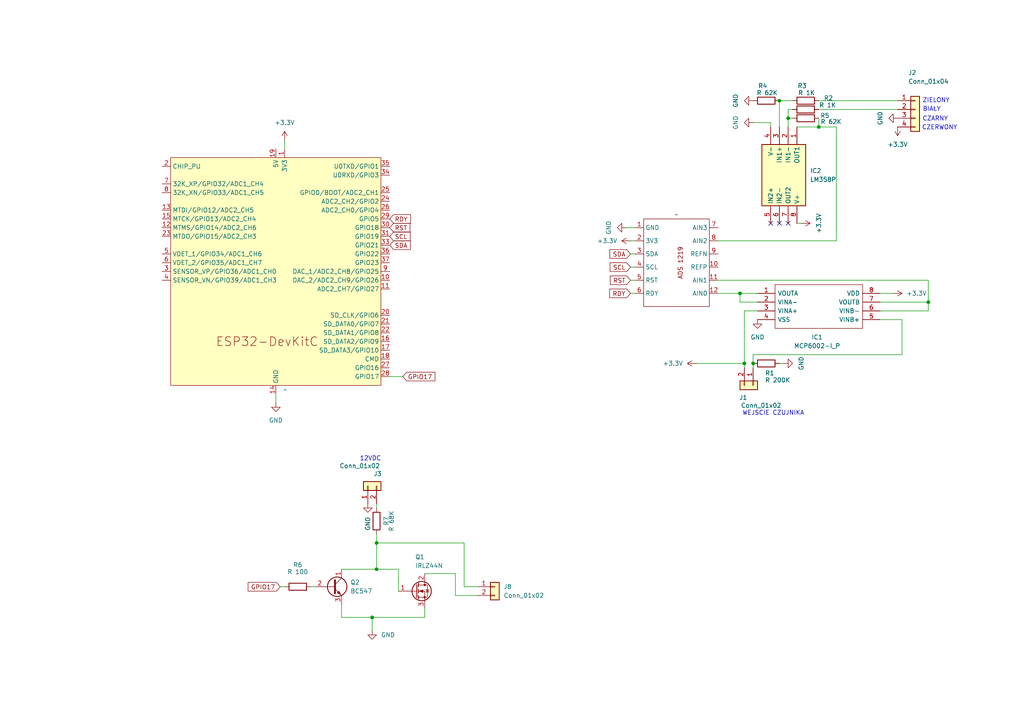
<source format=kicad_sch>
(kicad_sch (version 20250114) (generator "eeschema") (generator_version "9.0")
  (paper "A4")
  (lib_symbols
    (symbol "000moje:esp32_devKit_C"
      (symbol "esp32_devKit_C_0_0"
        (text "ESP32-DevKitC" (at -3.81 -20.32 0) (effects (font (size 2.54 2.54))))
        (pin power_in line (at -1.27 35.56 270) (length 2.54) (name "5V") (number "19"))
        (pin power_in line (at -1.27 -35.56 90) (length 2.54) (name "GND") (number "14"))
      )
      (symbol "esp32_devKit_C_0_1"
        (rectangle (start -31.75 33.02) (end 29.21 -33.02) (fill (type background)))
      )
      (symbol "esp32_devKit_C_1_1"
        (pin input line (at -34.29 30.48 0) (length 2.54) (name "CHIP_PU") (number "2"))
        (pin bidirectional line (at -34.29 25.4 0) (length 2.54) (name "32K_XP/GPIO32/ADC1_CH4") (number "7"))
        (pin bidirectional line (at -34.29 22.86 0) (length 2.54) (name "32K_XN/GPIO33/ADC1_CH5") (number "8"))
        (pin bidirectional line (at -34.29 17.78 0) (length 2.54) (name "MTDI/GPIO12/ADC2_CH5") (number "13"))
        (pin bidirectional line (at -34.29 15.24 0) (length 2.54) (name "MTCK/GPIO13/ADC2_CH4") (number "15"))
        (pin bidirectional line (at -34.29 12.7 0) (length 2.54) (name "MTMS/GPIO14/ADC2_CH6") (number "12"))
        (pin bidirectional line (at -34.29 10.16 0) (length 2.54) (name "MTDO/GPIO15/ADC2_CH3") (number "23"))
        (pin input line (at -34.29 5.08 0) (length 2.54) (name "VDET_1/GPIO34/ADC1_CH6") (number "5"))
        (pin input line (at -34.29 2.54 0) (length 2.54) (name "VDET_2/GPIO35/ADC1_CH7") (number "6"))
        (pin input line (at -34.29 0 0) (length 2.54) (name "SENSOR_VP/GPIO36/ADC1_CH0") (number "3"))
        (pin input line (at -34.29 -2.54 0) (length 2.54) (name "SENSOR_VN/GPIO39/ADC1_CH3") (number "4"))
        (pin passive line (at -1.27 -35.56 90) (length 2.54) (hide yes) (name "GND") (number "32"))
        (pin passive line (at -1.27 -35.56 90) (length 2.54) (hide yes) (name "GND") (number "38"))
        (pin power_in line (at 1.27 35.56 270) (length 2.54) (name "3V3") (number "1"))
        (pin bidirectional line (at 31.75 30.48 180) (length 2.54) (name "U0TXD/GPIO1") (number "35"))
        (pin bidirectional line (at 31.75 27.94 180) (length 2.54) (name "U0RXD/GPIO3") (number "34"))
        (pin bidirectional line (at 31.75 22.86 180) (length 2.54) (name "GPIO0/BOOT/ADC2_CH1") (number "25"))
        (pin bidirectional line (at 31.75 20.32 180) (length 2.54) (name "ADC2_CH2/GPIO2") (number "24"))
        (pin bidirectional line (at 31.75 17.78 180) (length 2.54) (name "ADC2_CH0/GPIO4") (number "26"))
        (pin bidirectional line (at 31.75 15.24 180) (length 2.54) (name "GPIO5") (number "29"))
        (pin bidirectional line (at 31.75 12.7 180) (length 2.54) (name "GPIO18") (number "30"))
        (pin bidirectional line (at 31.75 10.16 180) (length 2.54) (name "GPIO19") (number "31"))
        (pin bidirectional line (at 31.75 7.62 180) (length 2.54) (name "GPIO21") (number "33"))
        (pin bidirectional line (at 31.75 5.08 180) (length 2.54) (name "GPIO22") (number "36"))
        (pin bidirectional line (at 31.75 2.54 180) (length 2.54) (name "GPIO23") (number "37"))
        (pin bidirectional line (at 31.75 0 180) (length 2.54) (name "DAC_1/ADC2_CH8/GPIO25") (number "9"))
        (pin bidirectional line (at 31.75 -2.54 180) (length 2.54) (name "DAC_2/ADC2_CH9/GPIO26") (number "10"))
        (pin bidirectional line (at 31.75 -5.08 180) (length 2.54) (name "ADC2_CH7/GPIO27") (number "11"))
        (pin bidirectional line (at 31.75 -12.7 180) (length 2.54) (name "SD_CLK/GPIO6") (number "20"))
        (pin bidirectional line (at 31.75 -15.24 180) (length 2.54) (name "SD_DATA0/GPIO7") (number "21"))
        (pin bidirectional line (at 31.75 -17.78 180) (length 2.54) (name "SD_DATA1/GPIO8") (number "22"))
        (pin bidirectional line (at 31.75 -20.32 180) (length 2.54) (name "SD_DATA2/GPIO9") (number "16"))
        (pin bidirectional line (at 31.75 -22.86 180) (length 2.54) (name "SD_DATA3/GPIO10") (number "17"))
        (pin bidirectional line (at 31.75 -25.4 180) (length 2.54) (name "CMD") (number "18"))
        (pin bidirectional line (at 31.75 -27.94 180) (length 2.54) (name "GPIO16") (number "27"))
        (pin bidirectional line (at 31.75 -30.48 180) (length 2.54) (name "GPIO17") (number "28"))
      )
    )
    (symbol "1323:R" (pin_numbers (hide yes)) (pin_names (offset 0))
      (property "Reference" "R" (at 2.032 0 90))
      (property "Value" "R" (at 0 0 90))
      (symbol "R_0_1"
        (rectangle (start -1.016 -2.54) (end 1.016 2.54) (stroke (width 0.254)))
      )
      (symbol "R_1_1"
        (pin passive line (at 0 3.81 270) (length 1.27) (name "~") (number "1"))
        (pin passive line (at 0 -3.81 90) (length 1.27) (name "~") (number "2"))
      )
    )
    (symbol "ADS1115_Salamon:LM358P"
      (property "Reference" "IC" (at 24.13 7.62 0))
      (property "Value" "LM358P" (at 24.13 5.08 0))
      (symbol "LM358P_1_1"
        (rectangle (start 5.08 2.54) (end 22.86 -10.16) (stroke (width 0.254)) (fill (type background)))
        (pin passive line (at 0 0 0) (length 5.08) (name "OUT1") (number "1"))
        (pin passive line (at 0 -2.54 0) (length 5.08) (name "IN1-") (number "2"))
        (pin passive line (at 0 -5.08 0) (length 5.08) (name "IN1+") (number "3"))
        (pin passive line (at 0 -7.62 0) (length 5.08) (name "V-") (number "4"))
        (pin passive line (at 27.94 0 180) (length 5.08) (name "V+") (number "8"))
        (pin passive line (at 27.94 -2.54 180) (length 5.08) (name "OUT2") (number "7"))
        (pin passive line (at 27.94 -5.08 180) (length 5.08) (name "IN2-") (number "6"))
        (pin passive line (at 27.94 -7.62 180) (length 5.08) (name "IN2+") (number "5"))
      )
    )
    (symbol "ADS1115_Salamon:MCP6002-I_P" (pin_names (offset 0.762))
      (property "Reference" "IC" (at 31.75 7.62 0))
      (property "Value" "MCP6002-I_P" (at 31.75 5.08 0))
      (symbol "MCP6002-I_P_0_0"
        (pin passive line (at 0 0 0) (length 5.08) (name "VOUTA") (number "1"))
        (pin passive line (at 0 -2.54 0) (length 5.08) (name "VINA-") (number "2"))
        (pin passive line (at 0 -5.08 0) (length 5.08) (name "VINA+") (number "3"))
        (pin passive line (at 0 -7.62 0) (length 5.08) (name "VSS") (number "4"))
        (pin passive line (at 35.56 0 180) (length 5.08) (name "VDD") (number "8"))
        (pin passive line (at 35.56 -2.54 180) (length 5.08) (name "VOUTB") (number "7"))
        (pin passive line (at 35.56 -5.08 180) (length 5.08) (name "VINB-") (number "6"))
        (pin passive line (at 35.56 -7.62 180) (length 5.08) (name "VINB+") (number "5"))
      )
      (symbol "MCP6002-I_P_0_1"
        (polyline (pts (xy 5.08 2.54) (xy 30.48 2.54) (xy 30.48 -10.16) (xy 5.08 -10.16) (xy 5.08 2.54)) (stroke (width 0.1524)))
      )
    )
    (symbol "ADS1219_1"
      (symbol "ADS1219_1_0_1"
        (rectangle (start -16.51 19.05) (end 8.89 0))
      )
      (symbol "ADS1219_1_1_1"
        (text "ADS 1219" (at -3.81 10.668 0) (effects (font (size 1.27 1.27))))
        (pin input line (at -13.97 21.59 270) (length 2.54) (name "AIN3") (number "7"))
        (pin input line (at -13.97 -2.54 90) (length 2.54) (name "GND") (number "1"))
        (pin input line (at -10.16 21.59 270) (length 2.54) (name "AIN2") (number "8"))
        (pin input line (at -10.16 -2.54 90) (length 2.54) (name "3V3") (number "2"))
        (pin output line (at -6.35 21.59 270) (length 2.54) (name "REFN") (number "9"))
        (pin bidirectional line (at -6.35 -2.54 90) (length 2.54) (name "SDA") (number "3"))
        (pin output line (at -2.54 21.59 270) (length 2.54) (name "REFP") (number "10"))
        (pin bidirectional line (at -2.54 -2.54 90) (length 2.54) (name "SCL") (number "4"))
        (pin input line (at 1.27 21.59 270) (length 2.54) (name "AIN1") (number "11"))
        (pin input line (at 1.27 -2.54 90) (length 2.54) (name "RST") (number "5"))
        (pin input line (at 5.08 21.59 270) (length 2.54) (name "AIN0") (number "12"))
        (pin output line (at 5.08 -2.54 90) (length 2.54) (name "RDY") (number "6"))
      )
    )
    (symbol "Connector_Generic:Conn_01x02" (pin_names (offset 1.016) (hide yes))
      (property "Reference" "J" (at 0 2.54 0))
      (property "Value" "Conn_01x02" (at 0 -5.08 0))
      (symbol "Conn_01x02_1_1"
        (rectangle (start -1.27 1.27) (end 1.27 -3.81) (stroke (width 0.254)) (fill (type background)))
        (rectangle (start -1.27 0.127) (end 0 -0.127) (stroke (width 0.1524)))
        (rectangle (start -1.27 -2.413) (end 0 -2.667) (stroke (width 0.1524)))
        (pin passive line (at -5.08 0 0) (length 3.81) (name "Pin_1") (number "1"))
        (pin passive line (at -5.08 -2.54 0) (length 3.81) (name "Pin_2") (number "2"))
      )
    )
    (symbol "Connector_Generic:Conn_01x04" (pin_names (offset 1.016) (hide yes))
      (property "Reference" "J" (at 0 5.08 0))
      (property "Value" "Conn_01x04" (at 0 -7.62 0))
      (symbol "Conn_01x04_1_1"
        (rectangle (start -1.27 3.81) (end 1.27 -6.35) (stroke (width 0.254)) (fill (type background)))
        (rectangle (start -1.27 2.667) (end 0 2.413) (stroke (width 0.1524)))
        (rectangle (start -1.27 0.127) (end 0 -0.127) (stroke (width 0.1524)))
        (rectangle (start -1.27 -2.413) (end 0 -2.667) (stroke (width 0.1524)))
        (rectangle (start -1.27 -4.953) (end 0 -5.207) (stroke (width 0.1524)))
        (pin passive line (at -5.08 2.54 0) (length 3.81) (name "Pin_1") (number "1"))
        (pin passive line (at -5.08 0 0) (length 3.81) (name "Pin_2") (number "2"))
        (pin passive line (at -5.08 -2.54 0) (length 3.81) (name "Pin_3") (number "3"))
        (pin passive line (at -5.08 -5.08 0) (length 3.81) (name "Pin_4") (number "4"))
      )
    )
    (symbol "Transistor_BJT:BC547" (pin_names (offset 0) (hide yes))
      (property "Reference" "Q" (at 5.08 1.905 0))
      (property "Value" "BC547" (at 5.08 0 0))
      (symbol "BC547_0_1"
        (polyline (pts (xy -2.54 0) (xy 0.635 0)))
        (polyline (pts (xy 0.635 1.905) (xy 0.635 -1.905)) (stroke (width 0.508)))
        (circle (center 1.27 0) (radius 2.8194) (stroke (width 0.254)))
      )
      (symbol "BC547_1_1"
        (polyline (pts (xy 0.635 0.635) (xy 2.54 2.54)))
        (polyline (pts (xy 0.635 -0.635) (xy 2.54 -2.54)))
        (polyline (pts (xy 1.27 -1.778) (xy 1.778 -1.27) (xy 2.286 -2.286) (xy 1.27 -1.778)) (fill (type outline)))
        (pin input line (at -5.08 0 0) (length 2.54) (name "B") (number "2"))
        (pin passive line (at 2.54 5.08 270) (length 2.54) (name "C") (number "1"))
        (pin passive line (at 2.54 -5.08 90) (length 2.54) (name "E") (number "3"))
      )
    )
    (symbol "Transistor_FET:IRLZ44N" (pin_names (hide yes))
      (property "Reference" "Q" (at 5.08 1.905 0))
      (property "Value" "IRLZ44N" (at 5.08 0 0))
      (symbol "IRLZ44N_0_1"
        (polyline (pts (xy 0.254 1.905) (xy 0.254 -1.905)) (stroke (width 0.254)))
        (polyline (pts (xy 0.254 0) (xy -2.54 0)))
        (polyline (pts (xy 0.762 2.286) (xy 0.762 1.27)) (stroke (width 0.254)))
        (polyline (pts (xy 0.762 0.508) (xy 0.762 -0.508)) (stroke (width 0.254)))
        (polyline (pts (xy 0.762 -1.27) (xy 0.762 -2.286)) (stroke (width 0.254)))
        (polyline (pts (xy 0.762 -1.778) (xy 3.302 -1.778) (xy 3.302 1.778) (xy 0.762 1.778)))
        (polyline (pts (xy 1.016 0) (xy 2.032 0.381) (xy 2.032 -0.381) (xy 1.016 0)) (fill (type outline)))
        (circle (center 1.651 0) (radius 2.794) (stroke (width 0.254)))
        (polyline (pts (xy 2.54 2.54) (xy 2.54 1.778)))
        (circle (center 2.54 1.778) (radius 0.254) (fill (type outline)))
        (circle (center 2.54 -1.778) (radius 0.254) (fill (type outline)))
        (polyline (pts (xy 2.54 -2.54) (xy 2.54 0) (xy 0.762 0)))
        (polyline (pts (xy 2.794 0.508) (xy 2.921 0.381) (xy 3.683 0.381) (xy 3.81 0.254)))
        (polyline (pts (xy 3.302 0.381) (xy 2.921 -0.254) (xy 3.683 -0.254) (xy 3.302 0.381)))
      )
      (symbol "IRLZ44N_1_1"
        (pin input line (at -5.08 0 0) (length 2.54) (name "G") (number "1"))
        (pin passive line (at 2.54 5.08 270) (length 2.54) (name "D") (number "2"))
        (pin passive line (at 2.54 -5.08 90) (length 2.54) (name "S") (number "3"))
      )
    )
    (symbol "power:+3.3V" (power) (pin_numbers (hide yes)) (pin_names (offset 0) (hide yes))
      (property "Value" "+3.3V" (at 0 3.556 0))
      (symbol "+3.3V_0_1"
        (polyline (pts (xy -0.762 1.27) (xy 0 2.54)))
        (polyline (pts (xy 0 2.54) (xy 0.762 1.27)))
        (polyline (pts (xy 0 0) (xy 0 2.54)))
      )
      (symbol "+3.3V_1_1"
        (pin power_in line (at 0 0 90) (length 0) (name "~") (number "1"))
      )
    )
    (symbol "power:GND" (power) (pin_numbers (hide yes)) (pin_names (offset 0) (hide yes))
      (property "Value" "GND" (at 0 -3.81 0))
      (symbol "GND_0_1"
        (polyline (pts (xy 0 0) (xy 0 -1.27) (xy 1.27 -1.27) (xy 0 -2.54) (xy -1.27 -1.27) (xy 0 -1.27)))
      )
      (symbol "GND_1_1"
        (pin power_in line (at 0 0 270) (length 0) (name "~") (number "1"))
      )
    )
  )
  (text "12VDC" (at 107.442 133.096 0) (effects (font (size 1.27 1.27))))
  (text "BIAŁY\n\n" (at 270.256 32.766 0) (effects (font (size 1.27 1.27))))
  (text "CZARNY" (at 271.272 34.544 0) (effects (font (size 1.27 1.27))))
  (text "CZERWONY\n" (at 272.542 37.084 0) (effects (font (size 1.27 1.27))))
  (text "WEJSCIE CZUJNIKA\n" (at 224.282 119.888 0) (effects (font (size 1.27 1.27))))
  (text "ZIELONY" (at 271.526 29.21 0) (effects (font (size 1.27 1.27))))
  (junction (at 226.06 29.21))
  (junction (at 218.44 105.41))
  (junction (at 269.24 87.63))
  (junction (at 214.63 85.09))
  (junction (at 107.95 179.07))
  (junction (at 237.49 36.83))
  (junction (at 109.22 165.1))
  (junction (at 228.6 34.29))
  (junction (at 215.9 105.41))
  (junction (at 109.22 157.48))
  (no_connect (at 223.52 64.77))
  (no_connect (at 228.6 64.77))
  (no_connect (at 226.06 64.77))
  (wire (pts (xy 201.93 105.41) (xy 215.9 105.41)))
  (wire (pts (xy 255.27 90.17) (xy 269.24 90.17)))
  (wire (pts (xy 218.44 105.41) (xy 218.44 106.68)))
  (wire (pts (xy 115.57 165.1) (xy 115.57 171.45)))
  (wire (pts (xy 218.44 102.87) (xy 218.44 105.41)))
  (wire (pts (xy 261.62 92.71) (xy 255.27 92.71)))
  (wire (pts (xy 269.24 87.63) (xy 255.27 87.63)))
  (wire (pts (xy 134.62 157.48) (xy 134.62 170.18)))
  (wire (pts (xy 232.41 64.77) (xy 231.14 64.77)))
  (wire (pts (xy 208.28 81.28) (xy 269.24 81.28)))
  (wire (pts (xy 82.55 40.64) (xy 82.55 43.18)))
  (wire (pts (xy 80.01 116.84) (xy 80.01 114.3)))
  (wire (pts (xy 123.19 179.07) (xy 123.19 176.53)))
  (wire (pts (xy 215.9 90.17) (xy 215.9 105.41)))
  (wire (pts (xy 181.61 66.04) (xy 184.15 66.04)))
  (wire (pts (xy 229.87 31.75) (xy 228.6 31.75)))
  (wire (pts (xy 215.9 105.41) (xy 215.9 106.68)))
  (wire (pts (xy 109.22 157.48) (xy 134.62 157.48)))
  (wire (pts (xy 109.22 165.1) (xy 115.57 165.1)))
  (wire (pts (xy 81.28 170.18) (xy 82.55 170.18)))
  (wire (pts (xy 269.24 81.28) (xy 269.24 87.63)))
  (wire (pts (xy 182.88 85.09) (xy 184.15 85.09)))
  (wire (pts (xy 214.63 87.63) (xy 219.71 87.63)))
  (wire (pts (xy 107.95 182.88) (xy 107.95 179.07)))
  (wire (pts (xy 228.6 34.29) (xy 229.87 34.29)))
  (wire (pts (xy 109.22 154.94) (xy 109.22 157.48)))
  (wire (pts (xy 228.6 34.29) (xy 228.6 36.83)))
  (wire (pts (xy 99.06 165.1) (xy 109.22 165.1)))
  (wire (pts (xy 227.33 105.41) (xy 226.06 105.41)))
  (wire (pts (xy 226.06 29.21) (xy 226.06 36.83)))
  (wire (pts (xy 237.49 36.83) (xy 242.57 36.83)))
  (wire (pts (xy 237.49 34.29) (xy 237.49 36.83)))
  (wire (pts (xy 269.24 90.17) (xy 269.24 87.63)))
  (wire (pts (xy 231.14 36.83) (xy 237.49 36.83)))
  (wire (pts (xy 219.71 90.17) (xy 215.9 90.17)))
  (wire (pts (xy 214.63 85.09) (xy 208.28 85.09)))
  (wire (pts (xy 223.52 35.56) (xy 223.52 36.83)))
  (wire (pts (xy 99.06 179.07) (xy 107.95 179.07)))
  (wire (pts (xy 99.06 175.26) (xy 99.06 179.07)))
  (wire (pts (xy 214.63 85.09) (xy 214.63 87.63)))
  (wire (pts (xy 219.71 85.09) (xy 214.63 85.09)))
  (wire (pts (xy 182.88 81.28) (xy 184.15 81.28)))
  (wire (pts (xy 237.49 31.75) (xy 260.35 31.75)))
  (wire (pts (xy 113.03 109.22) (xy 116.84 109.22)))
  (wire (pts (xy 228.6 31.75) (xy 228.6 34.29)))
  (wire (pts (xy 109.22 157.48) (xy 109.22 165.1)))
  (wire (pts (xy 109.22 146.05) (xy 109.22 147.32)))
  (wire (pts (xy 182.88 73.66) (xy 184.15 73.66)))
  (wire (pts (xy 259.08 85.09) (xy 255.27 85.09)))
  (wire (pts (xy 242.57 69.85) (xy 208.28 69.85)))
  (wire (pts (xy 132.08 172.72) (xy 138.43 172.72)))
  (wire (pts (xy 138.43 170.18) (xy 134.62 170.18)))
  (wire (pts (xy 182.88 69.85) (xy 184.15 69.85)))
  (wire (pts (xy 91.44 170.18) (xy 90.17 170.18)))
  (wire (pts (xy 242.57 36.83) (xy 242.57 69.85)))
  (wire (pts (xy 182.88 77.47) (xy 184.15 77.47)))
  (wire (pts (xy 237.49 29.21) (xy 260.35 29.21)))
  (wire (pts (xy 218.44 35.56) (xy 223.52 35.56)))
  (wire (pts (xy 132.08 166.37) (xy 132.08 172.72)))
  (wire (pts (xy 107.95 179.07) (xy 123.19 179.07)))
  (wire (pts (xy 229.87 29.21) (xy 226.06 29.21)))
  (wire (pts (xy 261.62 102.87) (xy 218.44 102.87)))
  (wire (pts (xy 123.19 166.37) (xy 132.08 166.37)))
  (wire (pts (xy 261.62 92.71) (xy 261.62 102.87)))
  (global_label "GPIO17" (shape input) (at 116.84 109.22 0) (property "Intersheetrefs" "${INTERSHEET_REFS}" (effects (hide yes))))
  (global_label "SCL" (shape input) (at 182.88 77.47 180) (property "Intersheetrefs" "${INTERSHEET_REFS}" (effects (hide yes))))
  (global_label "GPIO17" (shape input) (at 81.28 170.18 180) (property "Intersheetrefs" "${INTERSHEET_REFS}" (effects (hide yes))))
  (global_label "RDY" (shape input) (at 182.88 85.09 180) (property "Intersheetrefs" "${INTERSHEET_REFS}" (effects (hide yes))))
  (global_label "RST" (shape input) (at 182.88 81.28 180) (property "Intersheetrefs" "${INTERSHEET_REFS}" (effects (hide yes))))
  (global_label "RDY" (shape input) (at 113.03 63.5 0) (property "Intersheetrefs" "${INTERSHEET_REFS}" (effects (hide yes))))
  (global_label "RST" (shape input) (at 113.03 66.04 0) (property "Intersheetrefs" "${INTERSHEET_REFS}" (effects (hide yes))))
  (global_label "SDA" (shape input) (at 113.03 71.12 0) (property "Intersheetrefs" "${INTERSHEET_REFS}" (effects (hide yes))))
  (global_label "SCL" (shape input) (at 113.03 68.58 0) (property "Intersheetrefs" "${INTERSHEET_REFS}" (effects (hide yes))))
  (global_label "SDA" (shape input) (at 182.88 73.66 180) (property "Intersheetrefs" "${INTERSHEET_REFS}" (effects (hide yes))))
  (symbol (lib_id "000moje:esp32_devKit_C") (at 81.28 78.74 0) (unit 1)
    (property "Reference" "U1" (effects (hide yes)))
    (property "Value" "~" (at 82.1533 113.03 0) (effects (justify left)))
    (property "Footprint" "ADS1115_Salamon:ESP32-DevKitC" (effects (hide yes)))
  )
  (symbol (lib_id "1323:R") (at 222.25 105.41 270) (unit 1)
    (property "Reference" "R1" (at 223.266 108.204 90))
    (property "Value" "R 200K" (at 225.552 110.236 90))
    (property "Footprint" "Resistor_THT:R_Axial_DIN0207_L6.3mm_D2.5mm_P7.62mm_Horizontal" (effects (hide yes)))
    (property "Description" "Resistor" (effects (hide yes)))
  )
  (symbol (lib_id "Transistor_BJT:BC547") (at 96.52 170.18 0) (unit 1)
    (property "Reference" "Q2" (at 101.6 168.9099 0) (effects (justify left)))
    (property "Value" "BC547" (at 101.6 171.4499 0) (effects (justify left)))
    (property "Footprint" "Package_TO_SOT_THT:TO-92_Inline" (effects (hide yes)))
    (property "Datasheet" "https://www.onsemi.com/pub/Collateral/BC550-D.pdf" (effects (hide yes)))
    (property "Description" "0.1A Ic, 45V Vce, Small Signal NPN Transistor, TO-92" (effects (hide yes)))
  )
  (symbol (lib_id "power:GND") (at 181.61 66.04 270) (unit 1)
    (property "Reference" "#PWR04" (effects (hide yes)))
    (property "Value" "GND" (at 176.53 66.04 0))
    (property "Description" "Power symbol creates a global label with name \"GND\" , ground" (effects (hide yes)))
  )
  (symbol (lib_id "power:+3.3V") (at 259.08 85.09 270) (unit 1)
    (property "Reference" "#PWR06" (effects (hide yes)))
    (property "Value" "+3.3V" (at 262.89 85.0899 90) (effects (justify left)))
    (property "Description" "Power symbol creates a global label with name \"+3.3V\"" (effects (hide yes)))
  )
  (symbol (lib_id "1323:R") (at 233.68 31.75 90) (unit 1)
    (property "Reference" "R2" (at 240.284 28.448 90))
    (property "Value" "R 1K" (at 240.03 30.48 90))
    (property "Footprint" "Resistor_THT:R_Axial_DIN0207_L6.3mm_D2.5mm_P7.62mm_Horizontal" (effects (hide yes)))
    (property "Description" "Resistor" (effects (hide yes)))
  )
  (symbol (lib_id "power:GND") (at 80.01 116.84 0) (unit 1)
    (property "Reference" "#PWR03" (effects (hide yes)))
    (property "Value" "GND" (at 80.01 121.92 0))
    (property "Description" "Power symbol creates a global label with name \"GND\" , ground" (effects (hide yes)))
  )
  (symbol (lib_id "power:GND") (at 219.71 92.71 0) (unit 1)
    (property "Reference" "#PWR05" (effects (hide yes)))
    (property "Value" "GND" (at 219.71 97.79 0))
    (property "Description" "Power symbol creates a global label with name \"GND\" , ground" (effects (hide yes)))
  )
  (symbol (lib_name "ADS1219_1") (lib_id "ADS1115_Salamon:ADS1219") (at 186.69 80.01 270) (unit 1)
    (property "Reference" "ADS2" (effects (hide yes)))
    (property "Value" "~" (at 196.215 62.23 90))
    (property "Footprint" "ADS1115_Salamon:ADS1219" (effects (hide yes)))
  )
  (symbol (lib_id "Connector_Generic:Conn_01x04") (at 265.43 31.75 0) (unit 1)
    (property "Reference" "J2" (at 263.398 21.082 0) (effects (justify left)))
    (property "Value" "Conn_01x04" (at 263.398 23.622 0) (effects (justify left)))
    (property "Footprint" "Connector_PinHeader_2.54mm:PinHeader_1x04_P2.54mm_Vertical" (effects (hide yes)))
    (property "Description" "Generic connector, single row, 01x04, script generated (kicad-library-utils/schlib/autogen/connector/)" (effects (hide yes)))
  )
  (symbol (lib_id "power:+3.3V") (at 182.88 69.85 90) (unit 1)
    (property "Reference" "#PWR02" (effects (hide yes)))
    (property "Value" "+3.3V" (at 179.07 69.8499 90) (effects (justify left)))
    (property "Description" "Power symbol creates a global label with name \"+3.3V\"" (effects (hide yes)))
  )
  (symbol (lib_id "power:GND") (at 106.68 146.05 0) (unit 1)
    (property "Reference" "#PWR016" (effects (hide yes)))
    (property "Value" "GND" (at 106.6799 149.86 90) (effects (justify right)))
    (property "Description" "Power symbol creates a global label with name \"GND\" , ground" (effects (hide yes)))
  )
  (symbol (lib_id "1323:R") (at 86.36 170.18 90) (unit 1)
    (property "Reference" "R6" (at 86.36 163.83 90))
    (property "Value" "R 100" (at 86.36 165.862 90))
    (property "Footprint" "Resistor_THT:R_Axial_DIN0207_L6.3mm_D2.5mm_P7.62mm_Horizontal" (effects (hide yes)))
    (property "Description" "Resistor" (effects (hide yes)))
  )
  (symbol (lib_id "1323:R") (at 222.25 29.21 90) (unit 1)
    (property "Reference" "R4" (at 221.234 24.892 90))
    (property "Value" "R 62K" (at 222.504 26.924 90))
    (property "Footprint" "Resistor_THT:R_Axial_DIN0207_L6.3mm_D2.5mm_P7.62mm_Horizontal" (effects (hide yes)))
    (property "Description" "Resistor" (effects (hide yes)))
  )
  (symbol (lib_id "power:GND") (at 218.44 29.21 270) (unit 1)
    (property "Reference" "#PWR013" (effects (hide yes)))
    (property "Value" "GND" (at 213.36 29.21 0))
    (property "Description" "Power symbol creates a global label with name \"GND\" , ground" (effects (hide yes)))
  )
  (symbol (lib_id "ADS1115_Salamon:LM358P") (at 231.14 36.83 270) (unit 1)
    (property "Reference" "IC2" (at 234.95 49.5299 90) (effects (justify left)))
    (property "Value" "LM358P" (at 234.95 52.0699 90) (effects (justify left)))
    (property "Footprint" "ADS1115_Salamon:DIP781W56P254L950H533Q8N" (effects (hide yes)))
    (property "Datasheet" "http://www.ti.com/lit/ds/symlink/lm358a.pdf" (effects (hide yes)))
    (property "Description" "LM358P, Dual Operational Amplifier 0.7MHz 5 to 28V, 8-Pin PDIP" (effects (hide yes)))
    (property "Height" "5.08" (effects (hide yes)))
    (property "Mouser Part Number" "595-LM358P" (effects (hide yes)))
    (property "Mouser Price/Stock" "https://www.mouser.co.uk/ProductDetail/Texas-Instruments/LM358P?qs=X1HXWTtiZ0QtOTT8%252BVnsyw%3D%3D" (effects (hide yes)))
    (property "Manufacturer_Name" "Texas Instruments" (effects (hide yes)))
    (property "Manufacturer_Part_Number" "LM358P" (effects (hide yes)))
  )
  (symbol (lib_id "Connector_Generic:Conn_01x02") (at 106.68 140.97 90) (unit 1)
    (property "Reference" "J3" (at 110.744 137.414 90) (effects (justify left)))
    (property "Value" "Conn_01x02" (at 110.236 135.1281 90) (effects (justify left)))
    (property "Footprint" "Connector_PinHeader_2.54mm:PinHeader_1x02_P2.54mm_Vertical" (effects (hide yes)))
    (property "Description" "Generic connector, single row, 01x02, script generated (kicad-library-utils/schlib/autogen/connector/)" (effects (hide yes)))
  )
  (symbol (lib_id "power:GND") (at 260.35 34.29 270) (unit 1)
    (property "Reference" "#PWR011" (effects (hide yes)))
    (property "Value" "GND" (at 255.27 34.29 0))
    (property "Description" "Power symbol creates a global label with name \"GND\" , ground" (effects (hide yes)))
  )
  (symbol (lib_id "power:+3.3V") (at 82.55 40.64 0) (unit 1)
    (property "Reference" "#PWR01" (effects (hide yes)))
    (property "Value" "+3.3V" (at 82.55 35.56 0))
    (property "Description" "Power symbol creates a global label with name \"+3.3V\"" (effects (hide yes)))
  )
  (symbol (lib_id "power:+3.3V") (at 260.35 36.83 180) (unit 1)
    (property "Reference" "#PWR012" (effects (hide yes)))
    (property "Value" "+3.3V" (at 260.35 41.91 0))
    (property "Description" "Power symbol creates a global label with name \"+3.3V\"" (effects (hide yes)))
  )
  (symbol (lib_id "Connector_Generic:Conn_01x02") (at 218.44 111.76 270) (unit 1)
    (property "Reference" "J1" (at 214.376 115.316 90) (effects (justify left)))
    (property "Value" "Conn_01x02" (at 214.884 117.6019 90) (effects (justify left)))
    (property "Footprint" "Connector_PinHeader_2.54mm:PinHeader_1x02_P2.54mm_Vertical" (effects (hide yes)))
    (property "Description" "Generic connector, single row, 01x02, script generated (kicad-library-utils/schlib/autogen/connector/)" (effects (hide yes)))
  )
  (symbol (lib_id "power:+3.3V") (at 232.41 64.77 270) (unit 1)
    (property "Reference" "#PWR09" (effects (hide yes)))
    (property "Value" "+3.3V" (at 237.49 64.77 0))
    (property "Description" "Power symbol creates a global label with name \"+3.3V\"" (effects (hide yes)))
  )
  (symbol (lib_id "1323:R") (at 233.68 29.21 90) (unit 1)
    (property "Reference" "R3" (at 232.664 24.892 90))
    (property "Value" "R 1K" (at 233.934 26.924 90))
    (property "Footprint" "Resistor_THT:R_Axial_DIN0207_L6.3mm_D2.5mm_P7.62mm_Horizontal" (effects (hide yes)))
    (property "Description" "Resistor" (effects (hide yes)))
  )
  (symbol (lib_id "power:GND") (at 107.95 182.88 0) (unit 1)
    (property "Reference" "#PWR022" (effects (hide yes)))
    (property "Value" "GND" (at 110.49 184.1499 0) (effects (justify left)))
    (property "Description" "Power symbol creates a global label with name \"GND\" , ground" (effects (hide yes)))
  )
  (symbol (lib_id "ADS1115_Salamon:MCP6002-I_P") (at 219.71 85.09 0) (unit 1)
    (property "Reference" "IC1" (at 236.982 97.79 0))
    (property "Value" "MCP6002-I_P" (at 236.982 100.33 0))
    (property "Footprint" "ADS1115_Salamon:DIP781W56P254L950H533Q8N" (effects (hide yes)))
    (property "Description" "Operational Amplifiers - Op Amps Dual 1.8V 1MHz" (effects (hide yes)))
    (property "Description_1" "Operational Amplifiers - Op Amps Dual 1.8V 1MHz" (effects (hide yes)))
    (property "Height" "5.334" (effects (hide yes)))
    (property "Mouser Part Number" "579-MCP6002-I/P" (effects (hide yes)))
    (property "Mouser Price/Stock" "https://www.mouser.co.uk/ProductDetail/Microchip-Technology/MCP6002-I-P?qs=Ux5rHyN1IXStLRM979v6Rg%3D%3D" (effects (hide yes)))
    (property "Manufacturer_Name" "Microchip" (effects (hide yes)))
    (property "Manufacturer_Part_Number" "MCP6002-I/P" (effects (hide yes)))
  )
  (symbol (lib_id "power:+3.3V") (at 201.93 105.41 90) (unit 1)
    (property "Reference" "#PWR07" (effects (hide yes)))
    (property "Value" "+3.3V" (at 198.12 105.4099 90) (effects (justify left)))
    (property "Description" "Power symbol creates a global label with name \"+3.3V\"" (effects (hide yes)))
  )
  (symbol (lib_id "1323:R") (at 109.22 151.13 0) (unit 1)
    (property "Reference" "R7" (at 112.014 151.13 90))
    (property "Value" "R 68K" (at 113.538 151.13 90))
    (property "Footprint" "Resistor_THT:R_Axial_DIN0207_L6.3mm_D2.5mm_P7.62mm_Horizontal" (effects (hide yes)))
    (property "Description" "Resistor" (effects (hide yes)))
  )
  (symbol (lib_id "power:GND") (at 218.44 35.56 270) (unit 1)
    (property "Reference" "#PWR010" (effects (hide yes)))
    (property "Value" "GND" (at 213.36 35.56 0))
    (property "Description" "Power symbol creates a global label with name \"GND\" , ground" (effects (hide yes)))
  )
  (symbol (lib_id "Transistor_FET:IRLZ44N") (at 120.65 171.45 0) (unit 1)
    (property "Reference" "Q1" (at 120.396 161.544 0) (effects (justify left)))
    (property "Value" "IRLZ44N" (at 120.396 164.084 0) (effects (justify left)))
    (property "Footprint" "Package_TO_SOT_THT:TO-220-3_Vertical" (effects (hide yes)))
    (property "Datasheet" "http://www.irf.com/product-info/datasheets/data/irlz44n.pdf" (effects (hide yes)))
    (property "Description" "47A Id, 55V Vds, 22mOhm Rds Single N-Channel HEXFET Power MOSFET, TO-220AB" (effects (hide yes)))
  )
  (symbol (lib_id "power:GND") (at 227.33 105.41 90) (unit 1)
    (property "Reference" "#PWR08" (effects (hide yes)))
    (property "Value" "GND" (at 232.41 105.41 0))
    (property "Description" "Power symbol creates a global label with name \"GND\" , ground" (effects (hide yes)))
  )
  (symbol (lib_id "1323:R") (at 233.68 34.29 90) (unit 1)
    (property "Reference" "R5" (at 239.268 33.528 90))
    (property "Value" "R 62K" (at 241.046 35.306 90))
    (property "Footprint" "Resistor_THT:R_Axial_DIN0207_L6.3mm_D2.5mm_P7.62mm_Horizontal" (effects (hide yes)))
    (property "Description" "Resistor" (effects (hide yes)))
  )
  (symbol (lib_id "Connector_Generic:Conn_01x02") (at 143.51 170.18 0) (unit 1)
    (property "Reference" "J8" (at 146.05 170.1799 0) (effects (justify left)))
    (property "Value" "Conn_01x02" (at 146.05 172.7199 0) (effects (justify left)))
    (property "Footprint" "Connector_PinHeader_2.54mm:PinHeader_1x02_P2.54mm_Vertical" (effects (hide yes)))
    (property "Description" "Generic connector, single row, 01x02, script generated (kicad-library-utils/schlib/autogen/connector/)" (effects (hide yes)))
  )
)
</source>
